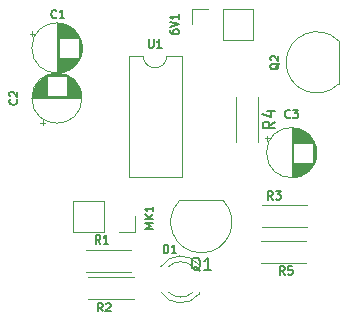
<source format=gbr>
%TF.GenerationSoftware,KiCad,Pcbnew,(5.1.12)-1*%
%TF.CreationDate,2023-08-26T19:40:57+05:30*%
%TF.ProjectId,clap switch,636c6170-2073-4776-9974-63682e6b6963,rev?*%
%TF.SameCoordinates,Original*%
%TF.FileFunction,Legend,Top*%
%TF.FilePolarity,Positive*%
%FSLAX46Y46*%
G04 Gerber Fmt 4.6, Leading zero omitted, Abs format (unit mm)*
G04 Created by KiCad (PCBNEW (5.1.12)-1) date 2023-08-26 19:40:57*
%MOMM*%
%LPD*%
G01*
G04 APERTURE LIST*
%ADD10C,0.120000*%
%ADD11C,0.150000*%
G04 APERTURE END LIST*
D10*
%TO.C,6V1*%
X161020000Y-77080000D02*
X161020000Y-74420000D01*
X161020000Y-77080000D02*
X163620000Y-77080000D01*
X163620000Y-77080000D02*
X163620000Y-74420000D01*
X161020000Y-74420000D02*
X163620000Y-74420000D01*
X158420000Y-74420000D02*
X159750000Y-74420000D01*
X158420000Y-75750000D02*
X158420000Y-74420000D01*
%TO.C,D1*%
X159040000Y-98586000D02*
X159040000Y-98430000D01*
X159040000Y-96270000D02*
X159040000Y-96114000D01*
X156438870Y-96270163D02*
G75*
G02*
X158520961Y-96270000I1041130J-1079837D01*
G01*
X156438870Y-98429837D02*
G75*
G03*
X158520961Y-98430000I1041130J1079837D01*
G01*
X155807665Y-96271392D02*
G75*
G02*
X159040000Y-96114484I1672335J-1078608D01*
G01*
X155807665Y-98428608D02*
G75*
G03*
X159040000Y-98585516I1672335J1078608D01*
G01*
%TO.C,U1*%
X154310000Y-78420000D02*
X153060000Y-78420000D01*
X153060000Y-78420000D02*
X153060000Y-88700000D01*
X153060000Y-88700000D02*
X157560000Y-88700000D01*
X157560000Y-88700000D02*
X157560000Y-78420000D01*
X157560000Y-78420000D02*
X156310000Y-78420000D01*
X156310000Y-78420000D02*
G75*
G02*
X154310000Y-78420000I-1000000J0D01*
G01*
%TO.C,MK1*%
X150980000Y-90670000D02*
X150980000Y-93330000D01*
X150980000Y-90670000D02*
X148380000Y-90670000D01*
X148380000Y-90670000D02*
X148380000Y-93330000D01*
X150980000Y-93330000D02*
X148380000Y-93330000D01*
X153580000Y-93330000D02*
X152250000Y-93330000D01*
X153580000Y-92000000D02*
X153580000Y-93330000D01*
%TO.C,Q2*%
X170850000Y-80780000D02*
X170850000Y-77180000D01*
X170838478Y-77141522D02*
G75*
G03*
X166400000Y-78980000I-1838478J-1838478D01*
G01*
X170838478Y-80818478D02*
G75*
G02*
X166400000Y-78980000I-1838478J1838478D01*
G01*
%TO.C,R5*%
X168130000Y-95920000D02*
X164290000Y-95920000D01*
X168130000Y-94080000D02*
X164290000Y-94080000D01*
%TO.C,R4*%
X163988000Y-81900000D02*
X163988000Y-85740000D01*
X162148000Y-81900000D02*
X162148000Y-85740000D01*
%TO.C,R3*%
X164370000Y-91080000D02*
X168210000Y-91080000D01*
X164370000Y-92920000D02*
X168210000Y-92920000D01*
%TO.C,R2*%
X153490000Y-98990000D02*
X149650000Y-98990000D01*
X153490000Y-97150000D02*
X149650000Y-97150000D01*
%TO.C,R1*%
X149470000Y-94850000D02*
X153310000Y-94850000D01*
X149470000Y-96690000D02*
X153310000Y-96690000D01*
%TO.C,Q1*%
X161030000Y-90650000D02*
X157430000Y-90650000D01*
X157391522Y-90661522D02*
G75*
G03*
X159230000Y-95100000I1838478J-1838478D01*
G01*
X161068478Y-90661522D02*
G75*
G02*
X159230000Y-95100000I-1838478J-1838478D01*
G01*
%TO.C,C3*%
X168982000Y-86614000D02*
G75*
G03*
X168982000Y-86614000I-2120000J0D01*
G01*
X166862000Y-84534000D02*
X166862000Y-88694000D01*
X166902000Y-84534000D02*
X166902000Y-88694000D01*
X166942000Y-84535000D02*
X166942000Y-88693000D01*
X166982000Y-84537000D02*
X166982000Y-88691000D01*
X167022000Y-84540000D02*
X167022000Y-88688000D01*
X167062000Y-84543000D02*
X167062000Y-85774000D01*
X167062000Y-87454000D02*
X167062000Y-88685000D01*
X167102000Y-84547000D02*
X167102000Y-85774000D01*
X167102000Y-87454000D02*
X167102000Y-88681000D01*
X167142000Y-84552000D02*
X167142000Y-85774000D01*
X167142000Y-87454000D02*
X167142000Y-88676000D01*
X167182000Y-84558000D02*
X167182000Y-85774000D01*
X167182000Y-87454000D02*
X167182000Y-88670000D01*
X167222000Y-84564000D02*
X167222000Y-85774000D01*
X167222000Y-87454000D02*
X167222000Y-88664000D01*
X167262000Y-84572000D02*
X167262000Y-85774000D01*
X167262000Y-87454000D02*
X167262000Y-88656000D01*
X167302000Y-84580000D02*
X167302000Y-85774000D01*
X167302000Y-87454000D02*
X167302000Y-88648000D01*
X167342000Y-84589000D02*
X167342000Y-85774000D01*
X167342000Y-87454000D02*
X167342000Y-88639000D01*
X167382000Y-84598000D02*
X167382000Y-85774000D01*
X167382000Y-87454000D02*
X167382000Y-88630000D01*
X167422000Y-84609000D02*
X167422000Y-85774000D01*
X167422000Y-87454000D02*
X167422000Y-88619000D01*
X167462000Y-84620000D02*
X167462000Y-85774000D01*
X167462000Y-87454000D02*
X167462000Y-88608000D01*
X167502000Y-84632000D02*
X167502000Y-85774000D01*
X167502000Y-87454000D02*
X167502000Y-88596000D01*
X167542000Y-84646000D02*
X167542000Y-85774000D01*
X167542000Y-87454000D02*
X167542000Y-88582000D01*
X167583000Y-84660000D02*
X167583000Y-85774000D01*
X167583000Y-87454000D02*
X167583000Y-88568000D01*
X167623000Y-84674000D02*
X167623000Y-85774000D01*
X167623000Y-87454000D02*
X167623000Y-88554000D01*
X167663000Y-84690000D02*
X167663000Y-85774000D01*
X167663000Y-87454000D02*
X167663000Y-88538000D01*
X167703000Y-84707000D02*
X167703000Y-85774000D01*
X167703000Y-87454000D02*
X167703000Y-88521000D01*
X167743000Y-84725000D02*
X167743000Y-85774000D01*
X167743000Y-87454000D02*
X167743000Y-88503000D01*
X167783000Y-84744000D02*
X167783000Y-85774000D01*
X167783000Y-87454000D02*
X167783000Y-88484000D01*
X167823000Y-84763000D02*
X167823000Y-85774000D01*
X167823000Y-87454000D02*
X167823000Y-88465000D01*
X167863000Y-84784000D02*
X167863000Y-85774000D01*
X167863000Y-87454000D02*
X167863000Y-88444000D01*
X167903000Y-84806000D02*
X167903000Y-85774000D01*
X167903000Y-87454000D02*
X167903000Y-88422000D01*
X167943000Y-84829000D02*
X167943000Y-85774000D01*
X167943000Y-87454000D02*
X167943000Y-88399000D01*
X167983000Y-84854000D02*
X167983000Y-85774000D01*
X167983000Y-87454000D02*
X167983000Y-88374000D01*
X168023000Y-84879000D02*
X168023000Y-85774000D01*
X168023000Y-87454000D02*
X168023000Y-88349000D01*
X168063000Y-84906000D02*
X168063000Y-85774000D01*
X168063000Y-87454000D02*
X168063000Y-88322000D01*
X168103000Y-84934000D02*
X168103000Y-85774000D01*
X168103000Y-87454000D02*
X168103000Y-88294000D01*
X168143000Y-84964000D02*
X168143000Y-85774000D01*
X168143000Y-87454000D02*
X168143000Y-88264000D01*
X168183000Y-84995000D02*
X168183000Y-85774000D01*
X168183000Y-87454000D02*
X168183000Y-88233000D01*
X168223000Y-85027000D02*
X168223000Y-85774000D01*
X168223000Y-87454000D02*
X168223000Y-88201000D01*
X168263000Y-85062000D02*
X168263000Y-85774000D01*
X168263000Y-87454000D02*
X168263000Y-88166000D01*
X168303000Y-85098000D02*
X168303000Y-85774000D01*
X168303000Y-87454000D02*
X168303000Y-88130000D01*
X168343000Y-85136000D02*
X168343000Y-85774000D01*
X168343000Y-87454000D02*
X168343000Y-88092000D01*
X168383000Y-85176000D02*
X168383000Y-85774000D01*
X168383000Y-87454000D02*
X168383000Y-88052000D01*
X168423000Y-85218000D02*
X168423000Y-85774000D01*
X168423000Y-87454000D02*
X168423000Y-88010000D01*
X168463000Y-85263000D02*
X168463000Y-85774000D01*
X168463000Y-87454000D02*
X168463000Y-87965000D01*
X168503000Y-85310000D02*
X168503000Y-85774000D01*
X168503000Y-87454000D02*
X168503000Y-87918000D01*
X168543000Y-85360000D02*
X168543000Y-85774000D01*
X168543000Y-87454000D02*
X168543000Y-87868000D01*
X168583000Y-85414000D02*
X168583000Y-85774000D01*
X168583000Y-87454000D02*
X168583000Y-87814000D01*
X168623000Y-85472000D02*
X168623000Y-85774000D01*
X168623000Y-87454000D02*
X168623000Y-87756000D01*
X168663000Y-85534000D02*
X168663000Y-85774000D01*
X168663000Y-87454000D02*
X168663000Y-87694000D01*
X168703000Y-85601000D02*
X168703000Y-87627000D01*
X168743000Y-85674000D02*
X168743000Y-87554000D01*
X168783000Y-85755000D02*
X168783000Y-87473000D01*
X168823000Y-85846000D02*
X168823000Y-87382000D01*
X168863000Y-85950000D02*
X168863000Y-87278000D01*
X168903000Y-86077000D02*
X168903000Y-87151000D01*
X168943000Y-86244000D02*
X168943000Y-86984000D01*
X164592199Y-85419000D02*
X164992199Y-85419000D01*
X164792199Y-85219000D02*
X164792199Y-85619000D01*
%TO.C,C2*%
X149120000Y-82000000D02*
G75*
G03*
X149120000Y-82000000I-2120000J0D01*
G01*
X144920000Y-82000000D02*
X149080000Y-82000000D01*
X144920000Y-81960000D02*
X149080000Y-81960000D01*
X144921000Y-81920000D02*
X149079000Y-81920000D01*
X144923000Y-81880000D02*
X149077000Y-81880000D01*
X144926000Y-81840000D02*
X149074000Y-81840000D01*
X144929000Y-81800000D02*
X146160000Y-81800000D01*
X147840000Y-81800000D02*
X149071000Y-81800000D01*
X144933000Y-81760000D02*
X146160000Y-81760000D01*
X147840000Y-81760000D02*
X149067000Y-81760000D01*
X144938000Y-81720000D02*
X146160000Y-81720000D01*
X147840000Y-81720000D02*
X149062000Y-81720000D01*
X144944000Y-81680000D02*
X146160000Y-81680000D01*
X147840000Y-81680000D02*
X149056000Y-81680000D01*
X144950000Y-81640000D02*
X146160000Y-81640000D01*
X147840000Y-81640000D02*
X149050000Y-81640000D01*
X144958000Y-81600000D02*
X146160000Y-81600000D01*
X147840000Y-81600000D02*
X149042000Y-81600000D01*
X144966000Y-81560000D02*
X146160000Y-81560000D01*
X147840000Y-81560000D02*
X149034000Y-81560000D01*
X144975000Y-81520000D02*
X146160000Y-81520000D01*
X147840000Y-81520000D02*
X149025000Y-81520000D01*
X144984000Y-81480000D02*
X146160000Y-81480000D01*
X147840000Y-81480000D02*
X149016000Y-81480000D01*
X144995000Y-81440000D02*
X146160000Y-81440000D01*
X147840000Y-81440000D02*
X149005000Y-81440000D01*
X145006000Y-81400000D02*
X146160000Y-81400000D01*
X147840000Y-81400000D02*
X148994000Y-81400000D01*
X145018000Y-81360000D02*
X146160000Y-81360000D01*
X147840000Y-81360000D02*
X148982000Y-81360000D01*
X145032000Y-81320000D02*
X146160000Y-81320000D01*
X147840000Y-81320000D02*
X148968000Y-81320000D01*
X145046000Y-81279000D02*
X146160000Y-81279000D01*
X147840000Y-81279000D02*
X148954000Y-81279000D01*
X145060000Y-81239000D02*
X146160000Y-81239000D01*
X147840000Y-81239000D02*
X148940000Y-81239000D01*
X145076000Y-81199000D02*
X146160000Y-81199000D01*
X147840000Y-81199000D02*
X148924000Y-81199000D01*
X145093000Y-81159000D02*
X146160000Y-81159000D01*
X147840000Y-81159000D02*
X148907000Y-81159000D01*
X145111000Y-81119000D02*
X146160000Y-81119000D01*
X147840000Y-81119000D02*
X148889000Y-81119000D01*
X145130000Y-81079000D02*
X146160000Y-81079000D01*
X147840000Y-81079000D02*
X148870000Y-81079000D01*
X145149000Y-81039000D02*
X146160000Y-81039000D01*
X147840000Y-81039000D02*
X148851000Y-81039000D01*
X145170000Y-80999000D02*
X146160000Y-80999000D01*
X147840000Y-80999000D02*
X148830000Y-80999000D01*
X145192000Y-80959000D02*
X146160000Y-80959000D01*
X147840000Y-80959000D02*
X148808000Y-80959000D01*
X145215000Y-80919000D02*
X146160000Y-80919000D01*
X147840000Y-80919000D02*
X148785000Y-80919000D01*
X145240000Y-80879000D02*
X146160000Y-80879000D01*
X147840000Y-80879000D02*
X148760000Y-80879000D01*
X145265000Y-80839000D02*
X146160000Y-80839000D01*
X147840000Y-80839000D02*
X148735000Y-80839000D01*
X145292000Y-80799000D02*
X146160000Y-80799000D01*
X147840000Y-80799000D02*
X148708000Y-80799000D01*
X145320000Y-80759000D02*
X146160000Y-80759000D01*
X147840000Y-80759000D02*
X148680000Y-80759000D01*
X145350000Y-80719000D02*
X146160000Y-80719000D01*
X147840000Y-80719000D02*
X148650000Y-80719000D01*
X145381000Y-80679000D02*
X146160000Y-80679000D01*
X147840000Y-80679000D02*
X148619000Y-80679000D01*
X145413000Y-80639000D02*
X146160000Y-80639000D01*
X147840000Y-80639000D02*
X148587000Y-80639000D01*
X145448000Y-80599000D02*
X146160000Y-80599000D01*
X147840000Y-80599000D02*
X148552000Y-80599000D01*
X145484000Y-80559000D02*
X146160000Y-80559000D01*
X147840000Y-80559000D02*
X148516000Y-80559000D01*
X145522000Y-80519000D02*
X146160000Y-80519000D01*
X147840000Y-80519000D02*
X148478000Y-80519000D01*
X145562000Y-80479000D02*
X146160000Y-80479000D01*
X147840000Y-80479000D02*
X148438000Y-80479000D01*
X145604000Y-80439000D02*
X146160000Y-80439000D01*
X147840000Y-80439000D02*
X148396000Y-80439000D01*
X145649000Y-80399000D02*
X146160000Y-80399000D01*
X147840000Y-80399000D02*
X148351000Y-80399000D01*
X145696000Y-80359000D02*
X146160000Y-80359000D01*
X147840000Y-80359000D02*
X148304000Y-80359000D01*
X145746000Y-80319000D02*
X146160000Y-80319000D01*
X147840000Y-80319000D02*
X148254000Y-80319000D01*
X145800000Y-80279000D02*
X146160000Y-80279000D01*
X147840000Y-80279000D02*
X148200000Y-80279000D01*
X145858000Y-80239000D02*
X146160000Y-80239000D01*
X147840000Y-80239000D02*
X148142000Y-80239000D01*
X145920000Y-80199000D02*
X146160000Y-80199000D01*
X147840000Y-80199000D02*
X148080000Y-80199000D01*
X145987000Y-80159000D02*
X148013000Y-80159000D01*
X146060000Y-80119000D02*
X147940000Y-80119000D01*
X146141000Y-80079000D02*
X147859000Y-80079000D01*
X146232000Y-80039000D02*
X147768000Y-80039000D01*
X146336000Y-79999000D02*
X147664000Y-79999000D01*
X146463000Y-79959000D02*
X147537000Y-79959000D01*
X146630000Y-79919000D02*
X147370000Y-79919000D01*
X145805000Y-84269801D02*
X145805000Y-83869801D01*
X145605000Y-84069801D02*
X146005000Y-84069801D01*
%TO.C,C1*%
X149120000Y-77750000D02*
G75*
G03*
X149120000Y-77750000I-2120000J0D01*
G01*
X147000000Y-75670000D02*
X147000000Y-79830000D01*
X147040000Y-75670000D02*
X147040000Y-79830000D01*
X147080000Y-75671000D02*
X147080000Y-79829000D01*
X147120000Y-75673000D02*
X147120000Y-79827000D01*
X147160000Y-75676000D02*
X147160000Y-79824000D01*
X147200000Y-75679000D02*
X147200000Y-76910000D01*
X147200000Y-78590000D02*
X147200000Y-79821000D01*
X147240000Y-75683000D02*
X147240000Y-76910000D01*
X147240000Y-78590000D02*
X147240000Y-79817000D01*
X147280000Y-75688000D02*
X147280000Y-76910000D01*
X147280000Y-78590000D02*
X147280000Y-79812000D01*
X147320000Y-75694000D02*
X147320000Y-76910000D01*
X147320000Y-78590000D02*
X147320000Y-79806000D01*
X147360000Y-75700000D02*
X147360000Y-76910000D01*
X147360000Y-78590000D02*
X147360000Y-79800000D01*
X147400000Y-75708000D02*
X147400000Y-76910000D01*
X147400000Y-78590000D02*
X147400000Y-79792000D01*
X147440000Y-75716000D02*
X147440000Y-76910000D01*
X147440000Y-78590000D02*
X147440000Y-79784000D01*
X147480000Y-75725000D02*
X147480000Y-76910000D01*
X147480000Y-78590000D02*
X147480000Y-79775000D01*
X147520000Y-75734000D02*
X147520000Y-76910000D01*
X147520000Y-78590000D02*
X147520000Y-79766000D01*
X147560000Y-75745000D02*
X147560000Y-76910000D01*
X147560000Y-78590000D02*
X147560000Y-79755000D01*
X147600000Y-75756000D02*
X147600000Y-76910000D01*
X147600000Y-78590000D02*
X147600000Y-79744000D01*
X147640000Y-75768000D02*
X147640000Y-76910000D01*
X147640000Y-78590000D02*
X147640000Y-79732000D01*
X147680000Y-75782000D02*
X147680000Y-76910000D01*
X147680000Y-78590000D02*
X147680000Y-79718000D01*
X147721000Y-75796000D02*
X147721000Y-76910000D01*
X147721000Y-78590000D02*
X147721000Y-79704000D01*
X147761000Y-75810000D02*
X147761000Y-76910000D01*
X147761000Y-78590000D02*
X147761000Y-79690000D01*
X147801000Y-75826000D02*
X147801000Y-76910000D01*
X147801000Y-78590000D02*
X147801000Y-79674000D01*
X147841000Y-75843000D02*
X147841000Y-76910000D01*
X147841000Y-78590000D02*
X147841000Y-79657000D01*
X147881000Y-75861000D02*
X147881000Y-76910000D01*
X147881000Y-78590000D02*
X147881000Y-79639000D01*
X147921000Y-75880000D02*
X147921000Y-76910000D01*
X147921000Y-78590000D02*
X147921000Y-79620000D01*
X147961000Y-75899000D02*
X147961000Y-76910000D01*
X147961000Y-78590000D02*
X147961000Y-79601000D01*
X148001000Y-75920000D02*
X148001000Y-76910000D01*
X148001000Y-78590000D02*
X148001000Y-79580000D01*
X148041000Y-75942000D02*
X148041000Y-76910000D01*
X148041000Y-78590000D02*
X148041000Y-79558000D01*
X148081000Y-75965000D02*
X148081000Y-76910000D01*
X148081000Y-78590000D02*
X148081000Y-79535000D01*
X148121000Y-75990000D02*
X148121000Y-76910000D01*
X148121000Y-78590000D02*
X148121000Y-79510000D01*
X148161000Y-76015000D02*
X148161000Y-76910000D01*
X148161000Y-78590000D02*
X148161000Y-79485000D01*
X148201000Y-76042000D02*
X148201000Y-76910000D01*
X148201000Y-78590000D02*
X148201000Y-79458000D01*
X148241000Y-76070000D02*
X148241000Y-76910000D01*
X148241000Y-78590000D02*
X148241000Y-79430000D01*
X148281000Y-76100000D02*
X148281000Y-76910000D01*
X148281000Y-78590000D02*
X148281000Y-79400000D01*
X148321000Y-76131000D02*
X148321000Y-76910000D01*
X148321000Y-78590000D02*
X148321000Y-79369000D01*
X148361000Y-76163000D02*
X148361000Y-76910000D01*
X148361000Y-78590000D02*
X148361000Y-79337000D01*
X148401000Y-76198000D02*
X148401000Y-76910000D01*
X148401000Y-78590000D02*
X148401000Y-79302000D01*
X148441000Y-76234000D02*
X148441000Y-76910000D01*
X148441000Y-78590000D02*
X148441000Y-79266000D01*
X148481000Y-76272000D02*
X148481000Y-76910000D01*
X148481000Y-78590000D02*
X148481000Y-79228000D01*
X148521000Y-76312000D02*
X148521000Y-76910000D01*
X148521000Y-78590000D02*
X148521000Y-79188000D01*
X148561000Y-76354000D02*
X148561000Y-76910000D01*
X148561000Y-78590000D02*
X148561000Y-79146000D01*
X148601000Y-76399000D02*
X148601000Y-76910000D01*
X148601000Y-78590000D02*
X148601000Y-79101000D01*
X148641000Y-76446000D02*
X148641000Y-76910000D01*
X148641000Y-78590000D02*
X148641000Y-79054000D01*
X148681000Y-76496000D02*
X148681000Y-76910000D01*
X148681000Y-78590000D02*
X148681000Y-79004000D01*
X148721000Y-76550000D02*
X148721000Y-76910000D01*
X148721000Y-78590000D02*
X148721000Y-78950000D01*
X148761000Y-76608000D02*
X148761000Y-76910000D01*
X148761000Y-78590000D02*
X148761000Y-78892000D01*
X148801000Y-76670000D02*
X148801000Y-76910000D01*
X148801000Y-78590000D02*
X148801000Y-78830000D01*
X148841000Y-76737000D02*
X148841000Y-78763000D01*
X148881000Y-76810000D02*
X148881000Y-78690000D01*
X148921000Y-76891000D02*
X148921000Y-78609000D01*
X148961000Y-76982000D02*
X148961000Y-78518000D01*
X149001000Y-77086000D02*
X149001000Y-78414000D01*
X149041000Y-77213000D02*
X149041000Y-78287000D01*
X149081000Y-77380000D02*
X149081000Y-78120000D01*
X144730199Y-76555000D02*
X145130199Y-76555000D01*
X144930199Y-76355000D02*
X144930199Y-76755000D01*
%TO.C,6V1*%
D11*
X156596666Y-76250000D02*
X156596666Y-76383333D01*
X156630000Y-76450000D01*
X156663333Y-76483333D01*
X156763333Y-76550000D01*
X156896666Y-76583333D01*
X157163333Y-76583333D01*
X157230000Y-76550000D01*
X157263333Y-76516666D01*
X157296666Y-76450000D01*
X157296666Y-76316666D01*
X157263333Y-76250000D01*
X157230000Y-76216666D01*
X157163333Y-76183333D01*
X156996666Y-76183333D01*
X156930000Y-76216666D01*
X156896666Y-76250000D01*
X156863333Y-76316666D01*
X156863333Y-76450000D01*
X156896666Y-76516666D01*
X156930000Y-76550000D01*
X156996666Y-76583333D01*
X156596666Y-75983333D02*
X157296666Y-75750000D01*
X156596666Y-75516666D01*
X157296666Y-74916666D02*
X157296666Y-75316666D01*
X157296666Y-75116666D02*
X156596666Y-75116666D01*
X156696666Y-75183333D01*
X156763333Y-75250000D01*
X156796666Y-75316666D01*
%TO.C,D1*%
X156043333Y-95116666D02*
X156043333Y-94416666D01*
X156210000Y-94416666D01*
X156310000Y-94450000D01*
X156376666Y-94516666D01*
X156410000Y-94583333D01*
X156443333Y-94716666D01*
X156443333Y-94816666D01*
X156410000Y-94950000D01*
X156376666Y-95016666D01*
X156310000Y-95083333D01*
X156210000Y-95116666D01*
X156043333Y-95116666D01*
X157110000Y-95116666D02*
X156710000Y-95116666D01*
X156910000Y-95116666D02*
X156910000Y-94416666D01*
X156843333Y-94516666D01*
X156776666Y-94583333D01*
X156710000Y-94616666D01*
%TO.C,U1*%
X154776666Y-77036666D02*
X154776666Y-77603333D01*
X154810000Y-77670000D01*
X154843333Y-77703333D01*
X154910000Y-77736666D01*
X155043333Y-77736666D01*
X155110000Y-77703333D01*
X155143333Y-77670000D01*
X155176666Y-77603333D01*
X155176666Y-77036666D01*
X155876666Y-77736666D02*
X155476666Y-77736666D01*
X155676666Y-77736666D02*
X155676666Y-77036666D01*
X155610000Y-77136666D01*
X155543333Y-77203333D01*
X155476666Y-77236666D01*
%TO.C,MK1*%
X155166666Y-93046666D02*
X154466666Y-93046666D01*
X154966666Y-92813333D01*
X154466666Y-92580000D01*
X155166666Y-92580000D01*
X155166666Y-92246666D02*
X154466666Y-92246666D01*
X155166666Y-91846666D02*
X154766666Y-92146666D01*
X154466666Y-91846666D02*
X154866666Y-92246666D01*
X155166666Y-91180000D02*
X155166666Y-91580000D01*
X155166666Y-91380000D02*
X154466666Y-91380000D01*
X154566666Y-91446666D01*
X154633333Y-91513333D01*
X154666666Y-91580000D01*
%TO.C,Q2*%
X165823333Y-79046666D02*
X165790000Y-79113333D01*
X165723333Y-79180000D01*
X165623333Y-79280000D01*
X165590000Y-79346666D01*
X165590000Y-79413333D01*
X165756666Y-79380000D02*
X165723333Y-79446666D01*
X165656666Y-79513333D01*
X165523333Y-79546666D01*
X165290000Y-79546666D01*
X165156666Y-79513333D01*
X165090000Y-79446666D01*
X165056666Y-79380000D01*
X165056666Y-79246666D01*
X165090000Y-79180000D01*
X165156666Y-79113333D01*
X165290000Y-79080000D01*
X165523333Y-79080000D01*
X165656666Y-79113333D01*
X165723333Y-79180000D01*
X165756666Y-79246666D01*
X165756666Y-79380000D01*
X165123333Y-78813333D02*
X165090000Y-78780000D01*
X165056666Y-78713333D01*
X165056666Y-78546666D01*
X165090000Y-78480000D01*
X165123333Y-78446666D01*
X165190000Y-78413333D01*
X165256666Y-78413333D01*
X165356666Y-78446666D01*
X165756666Y-78846666D01*
X165756666Y-78413333D01*
%TO.C,R5*%
X166293333Y-96956666D02*
X166060000Y-96623333D01*
X165893333Y-96956666D02*
X165893333Y-96256666D01*
X166160000Y-96256666D01*
X166226666Y-96290000D01*
X166260000Y-96323333D01*
X166293333Y-96390000D01*
X166293333Y-96490000D01*
X166260000Y-96556666D01*
X166226666Y-96590000D01*
X166160000Y-96623333D01*
X165893333Y-96623333D01*
X166926666Y-96256666D02*
X166593333Y-96256666D01*
X166560000Y-96590000D01*
X166593333Y-96556666D01*
X166660000Y-96523333D01*
X166826666Y-96523333D01*
X166893333Y-96556666D01*
X166926666Y-96590000D01*
X166960000Y-96656666D01*
X166960000Y-96823333D01*
X166926666Y-96890000D01*
X166893333Y-96923333D01*
X166826666Y-96956666D01*
X166660000Y-96956666D01*
X166593333Y-96923333D01*
X166560000Y-96890000D01*
%TO.C,R4*%
X165440380Y-83986666D02*
X164964190Y-84320000D01*
X165440380Y-84558095D02*
X164440380Y-84558095D01*
X164440380Y-84177142D01*
X164488000Y-84081904D01*
X164535619Y-84034285D01*
X164630857Y-83986666D01*
X164773714Y-83986666D01*
X164868952Y-84034285D01*
X164916571Y-84081904D01*
X164964190Y-84177142D01*
X164964190Y-84558095D01*
X164773714Y-83129523D02*
X165440380Y-83129523D01*
X164392761Y-83367619D02*
X165107047Y-83605714D01*
X165107047Y-82986666D01*
%TO.C,R3*%
X165283333Y-90586666D02*
X165050000Y-90253333D01*
X164883333Y-90586666D02*
X164883333Y-89886666D01*
X165150000Y-89886666D01*
X165216666Y-89920000D01*
X165250000Y-89953333D01*
X165283333Y-90020000D01*
X165283333Y-90120000D01*
X165250000Y-90186666D01*
X165216666Y-90220000D01*
X165150000Y-90253333D01*
X164883333Y-90253333D01*
X165516666Y-89886666D02*
X165950000Y-89886666D01*
X165716666Y-90153333D01*
X165816666Y-90153333D01*
X165883333Y-90186666D01*
X165916666Y-90220000D01*
X165950000Y-90286666D01*
X165950000Y-90453333D01*
X165916666Y-90520000D01*
X165883333Y-90553333D01*
X165816666Y-90586666D01*
X165616666Y-90586666D01*
X165550000Y-90553333D01*
X165516666Y-90520000D01*
%TO.C,R2*%
X150873333Y-100066666D02*
X150640000Y-99733333D01*
X150473333Y-100066666D02*
X150473333Y-99366666D01*
X150740000Y-99366666D01*
X150806666Y-99400000D01*
X150840000Y-99433333D01*
X150873333Y-99500000D01*
X150873333Y-99600000D01*
X150840000Y-99666666D01*
X150806666Y-99700000D01*
X150740000Y-99733333D01*
X150473333Y-99733333D01*
X151140000Y-99433333D02*
X151173333Y-99400000D01*
X151240000Y-99366666D01*
X151406666Y-99366666D01*
X151473333Y-99400000D01*
X151506666Y-99433333D01*
X151540000Y-99500000D01*
X151540000Y-99566666D01*
X151506666Y-99666666D01*
X151106666Y-100066666D01*
X151540000Y-100066666D01*
%TO.C,R1*%
X150683333Y-94316666D02*
X150450000Y-93983333D01*
X150283333Y-94316666D02*
X150283333Y-93616666D01*
X150550000Y-93616666D01*
X150616666Y-93650000D01*
X150650000Y-93683333D01*
X150683333Y-93750000D01*
X150683333Y-93850000D01*
X150650000Y-93916666D01*
X150616666Y-93950000D01*
X150550000Y-93983333D01*
X150283333Y-93983333D01*
X151350000Y-94316666D02*
X150950000Y-94316666D01*
X151150000Y-94316666D02*
X151150000Y-93616666D01*
X151083333Y-93716666D01*
X151016666Y-93783333D01*
X150950000Y-93816666D01*
%TO.C,Q1*%
X159134761Y-96607619D02*
X159039523Y-96560000D01*
X158944285Y-96464761D01*
X158801428Y-96321904D01*
X158706190Y-96274285D01*
X158610952Y-96274285D01*
X158658571Y-96512380D02*
X158563333Y-96464761D01*
X158468095Y-96369523D01*
X158420476Y-96179047D01*
X158420476Y-95845714D01*
X158468095Y-95655238D01*
X158563333Y-95560000D01*
X158658571Y-95512380D01*
X158849047Y-95512380D01*
X158944285Y-95560000D01*
X159039523Y-95655238D01*
X159087142Y-95845714D01*
X159087142Y-96179047D01*
X159039523Y-96369523D01*
X158944285Y-96464761D01*
X158849047Y-96512380D01*
X158658571Y-96512380D01*
X160039523Y-96512380D02*
X159468095Y-96512380D01*
X159753809Y-96512380D02*
X159753809Y-95512380D01*
X159658571Y-95655238D01*
X159563333Y-95750476D01*
X159468095Y-95798095D01*
%TO.C,C3*%
X166745333Y-83614000D02*
X166712000Y-83647333D01*
X166612000Y-83680666D01*
X166545333Y-83680666D01*
X166445333Y-83647333D01*
X166378666Y-83580666D01*
X166345333Y-83514000D01*
X166312000Y-83380666D01*
X166312000Y-83280666D01*
X166345333Y-83147333D01*
X166378666Y-83080666D01*
X166445333Y-83014000D01*
X166545333Y-82980666D01*
X166612000Y-82980666D01*
X166712000Y-83014000D01*
X166745333Y-83047333D01*
X166978666Y-82980666D02*
X167412000Y-82980666D01*
X167178666Y-83247333D01*
X167278666Y-83247333D01*
X167345333Y-83280666D01*
X167378666Y-83314000D01*
X167412000Y-83380666D01*
X167412000Y-83547333D01*
X167378666Y-83614000D01*
X167345333Y-83647333D01*
X167278666Y-83680666D01*
X167078666Y-83680666D01*
X167012000Y-83647333D01*
X166978666Y-83614000D01*
%TO.C,C2*%
X143590000Y-82116666D02*
X143623333Y-82150000D01*
X143656666Y-82250000D01*
X143656666Y-82316666D01*
X143623333Y-82416666D01*
X143556666Y-82483333D01*
X143490000Y-82516666D01*
X143356666Y-82550000D01*
X143256666Y-82550000D01*
X143123333Y-82516666D01*
X143056666Y-82483333D01*
X142990000Y-82416666D01*
X142956666Y-82316666D01*
X142956666Y-82250000D01*
X142990000Y-82150000D01*
X143023333Y-82116666D01*
X143023333Y-81850000D02*
X142990000Y-81816666D01*
X142956666Y-81750000D01*
X142956666Y-81583333D01*
X142990000Y-81516666D01*
X143023333Y-81483333D01*
X143090000Y-81450000D01*
X143156666Y-81450000D01*
X143256666Y-81483333D01*
X143656666Y-81883333D01*
X143656666Y-81450000D01*
%TO.C,C1*%
X146953333Y-75170000D02*
X146920000Y-75203333D01*
X146820000Y-75236666D01*
X146753333Y-75236666D01*
X146653333Y-75203333D01*
X146586666Y-75136666D01*
X146553333Y-75070000D01*
X146520000Y-74936666D01*
X146520000Y-74836666D01*
X146553333Y-74703333D01*
X146586666Y-74636666D01*
X146653333Y-74570000D01*
X146753333Y-74536666D01*
X146820000Y-74536666D01*
X146920000Y-74570000D01*
X146953333Y-74603333D01*
X147620000Y-75236666D02*
X147220000Y-75236666D01*
X147420000Y-75236666D02*
X147420000Y-74536666D01*
X147353333Y-74636666D01*
X147286666Y-74703333D01*
X147220000Y-74736666D01*
%TD*%
M02*

</source>
